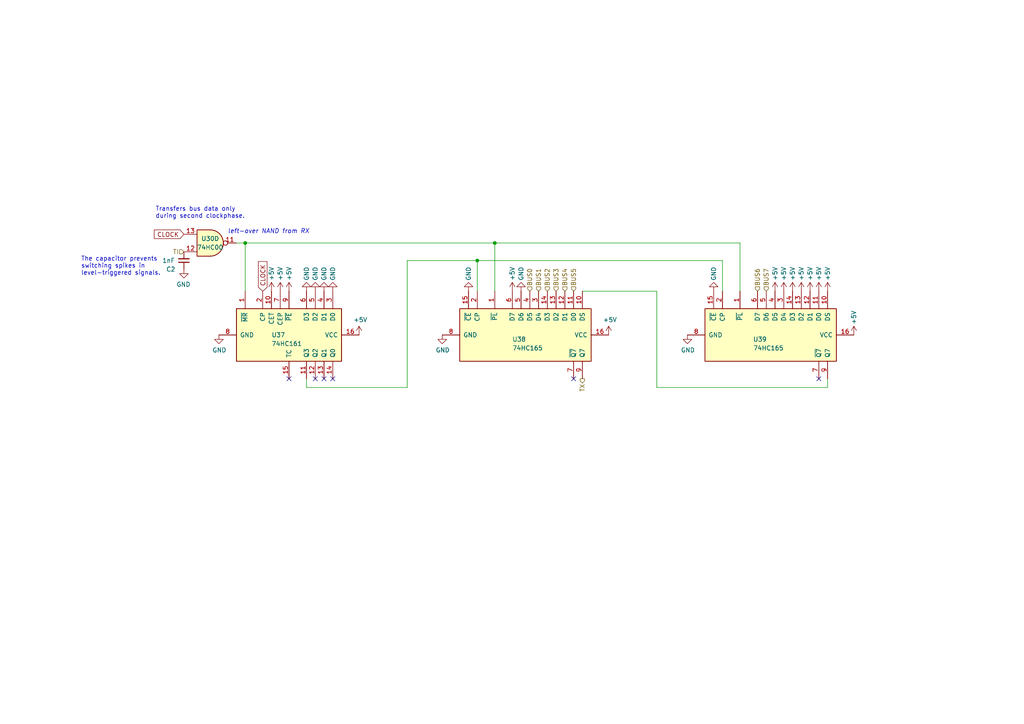
<source format=kicad_sch>
(kicad_sch (version 20211123) (generator eeschema)

  (uuid 58175766-a528-4fb2-ae9f-44f2b527a568)

  (paper "A4")

  (title_block
    (title "UART Transmitter")
    (date "2022-07-09")
    (rev "1.6")
    (comment 2 "creativecommons.org/licenses/by-nc-sa/3.0/deed.en")
    (comment 3 "License: CC BY-NC-SA 3.0")
    (comment 4 "Author: Carsten Herting (slu4)")
  )

  (lib_symbols
    (symbol "74xx:74HC00" (pin_names (offset 1.016)) (in_bom yes) (on_board yes)
      (property "Reference" "U" (id 0) (at 0 1.27 0)
        (effects (font (size 1.27 1.27)))
      )
      (property "Value" "74HC00" (id 1) (at 0 -1.27 0)
        (effects (font (size 1.27 1.27)))
      )
      (property "Footprint" "" (id 2) (at 0 0 0)
        (effects (font (size 1.27 1.27)) hide)
      )
      (property "Datasheet" "http://www.ti.com/lit/gpn/sn74hc00" (id 3) (at 0 0 0)
        (effects (font (size 1.27 1.27)) hide)
      )
      (property "ki_locked" "" (id 4) (at 0 0 0)
        (effects (font (size 1.27 1.27)))
      )
      (property "ki_keywords" "HCMOS nand 2-input" (id 5) (at 0 0 0)
        (effects (font (size 1.27 1.27)) hide)
      )
      (property "ki_description" "quad 2-input NAND gate" (id 6) (at 0 0 0)
        (effects (font (size 1.27 1.27)) hide)
      )
      (property "ki_fp_filters" "DIP*W7.62mm* SO14*" (id 7) (at 0 0 0)
        (effects (font (size 1.27 1.27)) hide)
      )
      (symbol "74HC00_1_1"
        (arc (start 0 -3.81) (mid 3.81 0) (end 0 3.81)
          (stroke (width 0.254) (type default) (color 0 0 0 0))
          (fill (type background))
        )
        (polyline
          (pts
            (xy 0 3.81)
            (xy -3.81 3.81)
            (xy -3.81 -3.81)
            (xy 0 -3.81)
          )
          (stroke (width 0.254) (type default) (color 0 0 0 0))
          (fill (type background))
        )
        (pin input line (at -7.62 2.54 0) (length 3.81)
          (name "~" (effects (font (size 1.27 1.27))))
          (number "1" (effects (font (size 1.27 1.27))))
        )
        (pin input line (at -7.62 -2.54 0) (length 3.81)
          (name "~" (effects (font (size 1.27 1.27))))
          (number "2" (effects (font (size 1.27 1.27))))
        )
        (pin output inverted (at 7.62 0 180) (length 3.81)
          (name "~" (effects (font (size 1.27 1.27))))
          (number "3" (effects (font (size 1.27 1.27))))
        )
      )
      (symbol "74HC00_1_2"
        (arc (start -3.81 -3.81) (mid -2.589 0) (end -3.81 3.81)
          (stroke (width 0.254) (type default) (color 0 0 0 0))
          (fill (type none))
        )
        (arc (start -0.6096 -3.81) (mid 2.1842 -2.5851) (end 3.81 0)
          (stroke (width 0.254) (type default) (color 0 0 0 0))
          (fill (type background))
        )
        (polyline
          (pts
            (xy -3.81 -3.81)
            (xy -0.635 -3.81)
          )
          (stroke (width 0.254) (type default) (color 0 0 0 0))
          (fill (type background))
        )
        (polyline
          (pts
            (xy -3.81 3.81)
            (xy -0.635 3.81)
          )
          (stroke (width 0.254) (type default) (color 0 0 0 0))
          (fill (type background))
        )
        (polyline
          (pts
            (xy -0.635 3.81)
            (xy -3.81 3.81)
            (xy -3.81 3.81)
            (xy -3.556 3.4036)
            (xy -3.0226 2.2606)
            (xy -2.6924 1.0414)
            (xy -2.6162 -0.254)
            (xy -2.7686 -1.4986)
            (xy -3.175 -2.7178)
            (xy -3.81 -3.81)
            (xy -3.81 -3.81)
            (xy -0.635 -3.81)
          )
          (stroke (width -25.4) (type default) (color 0 0 0 0))
          (fill (type background))
        )
        (arc (start 3.81 0) (mid 2.1915 2.5936) (end -0.6096 3.81)
          (stroke (width 0.254) (type default) (color 0 0 0 0))
          (fill (type background))
        )
        (pin input inverted (at -7.62 2.54 0) (length 4.318)
          (name "~" (effects (font (size 1.27 1.27))))
          (number "1" (effects (font (size 1.27 1.27))))
        )
        (pin input inverted (at -7.62 -2.54 0) (length 4.318)
          (name "~" (effects (font (size 1.27 1.27))))
          (number "2" (effects (font (size 1.27 1.27))))
        )
        (pin output line (at 7.62 0 180) (length 3.81)
          (name "~" (effects (font (size 1.27 1.27))))
          (number "3" (effects (font (size 1.27 1.27))))
        )
      )
      (symbol "74HC00_2_1"
        (arc (start 0 -3.81) (mid 3.81 0) (end 0 3.81)
          (stroke (width 0.254) (type default) (color 0 0 0 0))
          (fill (type background))
        )
        (polyline
          (pts
            (xy 0 3.81)
            (xy -3.81 3.81)
            (xy -3.81 -3.81)
            (xy 0 -3.81)
          )
          (stroke (width 0.254) (type default) (color 0 0 0 0))
          (fill (type background))
        )
        (pin input line (at -7.62 2.54 0) (length 3.81)
          (name "~" (effects (font (size 1.27 1.27))))
          (number "4" (effects (font (size 1.27 1.27))))
        )
        (pin input line (at -7.62 -2.54 0) (length 3.81)
          (name "~" (effects (font (size 1.27 1.27))))
          (number "5" (effects (font (size 1.27 1.27))))
        )
        (pin output inverted (at 7.62 0 180) (length 3.81)
          (name "~" (effects (font (size 1.27 1.27))))
          (number "6" (effects (font (size 1.27 1.27))))
        )
      )
      (symbol "74HC00_2_2"
        (arc (start -3.81 -3.81) (mid -2.589 0) (end -3.81 3.81)
          (stroke (width 0.254) (type default) (color 0 0 0 0))
          (fill (type none))
        )
        (arc (start -0.6096 -3.81) (mid 2.1842 -2.5851) (end 3.81 0)
          (stroke (width 0.254) (type default) (color 0 0 0 0))
          (fill (type background))
        )
        (polyline
          (pts
            (xy -3.81 -3.81)
            (xy -0.635 -3.81)
          )
          (stroke (width 0.254) (type default) (color 0 0 0 0))
          (fill (type background))
        )
        (polyline
          (pts
            (xy -3.81 3.81)
            (xy -0.635 3.81)
          )
          (stroke (width 0.254) (type default) (color 0 0 0 0))
          (fill (type background))
        )
        (polyline
          (pts
            (xy -0.635 3.81)
            (xy -3.81 3.81)
            (xy -3.81 3.81)
            (xy -3.556 3.4036)
            (xy -3.0226 2.2606)
            (xy -2.6924 1.0414)
            (xy -2.6162 -0.254)
            (xy -2.7686 -1.4986)
            (xy -3.175 -2.7178)
            (xy -3.81 -3.81)
            (xy -3.81 -3.81)
            (xy -0.635 -3.81)
          )
          (stroke (width -25.4) (type default) (color 0 0 0 0))
          (fill (type background))
        )
        (arc (start 3.81 0) (mid 2.1915 2.5936) (end -0.6096 3.81)
          (stroke (width 0.254) (type default) (color 0 0 0 0))
          (fill (type background))
        )
        (pin input inverted (at -7.62 2.54 0) (length 4.318)
          (name "~" (effects (font (size 1.27 1.27))))
          (number "4" (effects (font (size 1.27 1.27))))
        )
        (pin input inverted (at -7.62 -2.54 0) (length 4.318)
          (name "~" (effects (font (size 1.27 1.27))))
          (number "5" (effects (font (size 1.27 1.27))))
        )
        (pin output line (at 7.62 0 180) (length 3.81)
          (name "~" (effects (font (size 1.27 1.27))))
          (number "6" (effects (font (size 1.27 1.27))))
        )
      )
      (symbol "74HC00_3_1"
        (arc (start 0 -3.81) (mid 3.81 0) (end 0 3.81)
          (stroke (width 0.254) (type default) (color 0 0 0 0))
          (fill (type background))
        )
        (polyline
          (pts
            (xy 0 3.81)
            (xy -3.81 3.81)
            (xy -3.81 -3.81)
            (xy 0 -3.81)
          )
          (stroke (width 0.254) (type default) (color 0 0 0 0))
          (fill (type background))
        )
        (pin input line (at -7.62 -2.54 0) (length 3.81)
          (name "~" (effects (font (size 1.27 1.27))))
          (number "10" (effects (font (size 1.27 1.27))))
        )
        (pin output inverted (at 7.62 0 180) (length 3.81)
          (name "~" (effects (font (size 1.27 1.27))))
          (number "8" (effects (font (size 1.27 1.27))))
        )
        (pin input line (at -7.62 2.54 0) (length 3.81)
          (name "~" (effects (font (size 1.27 1.27))))
          (number "9" (effects (font (size 1.27 1.27))))
        )
      )
      (symbol "74HC00_3_2"
        (arc (start -3.81 -3.81) (mid -2.589 0) (end -3.81 3.81)
          (stroke (width 0.254) (type default) (color 0 0 0 0))
          (fill (type none))
        )
        (arc (start -0.6096 -3.81) (mid 2.1842 -2.5851) (end 3.81 0)
          (stroke (width 0.254) (type default) (color 0 0 0 0))
          (fill (type background))
        )
        (polyline
          (pts
            (xy -3.81 -3.81)
            (xy -0.635 -3.81)
          )
          (stroke (width 0.254) (type default) (color 0 0 0 0))
          (fill (type background))
        )
        (polyline
          (pts
            (xy -3.81 3.81)
            (xy -0.635 3.81)
          )
          (stroke (width 0.254) (type default) (color 0 0 0 0))
          (fill (type background))
        )
        (polyline
          (pts
            (xy -0.635 3.81)
            (xy -3.81 3.81)
            (xy -3.81 3.81)
            (xy -3.556 3.4036)
            (xy -3.0226 2.2606)
            (xy -2.6924 1.0414)
            (xy -2.6162 -0.254)
            (xy -2.7686 -1.4986)
            (xy -3.175 -2.7178)
            (xy -3.81 -3.81)
            (xy -3.81 -3.81)
            (xy -0.635 -3.81)
          )
          (stroke (width -25.4) (type default) (color 0 0 0 0))
          (fill (type background))
        )
        (arc (start 3.81 0) (mid 2.1915 2.5936) (end -0.6096 3.81)
          (stroke (width 0.254) (type default) (color 0 0 0 0))
          (fill (type background))
        )
        (pin input inverted (at -7.62 -2.54 0) (length 4.318)
          (name "~" (effects (font (size 1.27 1.27))))
          (number "10" (effects (font (size 1.27 1.27))))
        )
        (pin output line (at 7.62 0 180) (length 3.81)
          (name "~" (effects (font (size 1.27 1.27))))
          (number "8" (effects (font (size 1.27 1.27))))
        )
        (pin input inverted (at -7.62 2.54 0) (length 4.318)
          (name "~" (effects (font (size 1.27 1.27))))
          (number "9" (effects (font (size 1.27 1.27))))
        )
      )
      (symbol "74HC00_4_1"
        (arc (start 0 -3.81) (mid 3.81 0) (end 0 3.81)
          (stroke (width 0.254) (type default) (color 0 0 0 0))
          (fill (type background))
        )
        (polyline
          (pts
            (xy 0 3.81)
            (xy -3.81 3.81)
            (xy -3.81 -3.81)
            (xy 0 -3.81)
          )
          (stroke (width 0.254) (type default) (color 0 0 0 0))
          (fill (type background))
        )
        (pin output inverted (at 7.62 0 180) (length 3.81)
          (name "~" (effects (font (size 1.27 1.27))))
          (number "11" (effects (font (size 1.27 1.27))))
        )
        (pin input line (at -7.62 2.54 0) (length 3.81)
          (name "~" (effects (font (size 1.27 1.27))))
          (number "12" (effects (font (size 1.27 1.27))))
        )
        (pin input line (at -7.62 -2.54 0) (length 3.81)
          (name "~" (effects (font (size 1.27 1.27))))
          (number "13" (effects (font (size 1.27 1.27))))
        )
      )
      (symbol "74HC00_4_2"
        (arc (start -3.81 -3.81) (mid -2.589 0) (end -3.81 3.81)
          (stroke (width 0.254) (type default) (color 0 0 0 0))
          (fill (type none))
        )
        (arc (start -0.6096 -3.81) (mid 2.1842 -2.5851) (end 3.81 0)
          (stroke (width 0.254) (type default) (color 0 0 0 0))
          (fill (type background))
        )
        (polyline
          (pts
            (xy -3.81 -3.81)
            (xy -0.635 -3.81)
          )
          (stroke (width 0.254) (type default) (color 0 0 0 0))
          (fill (type background))
        )
        (polyline
          (pts
            (xy -3.81 3.81)
            (xy -0.635 3.81)
          )
          (stroke (width 0.254) (type default) (color 0 0 0 0))
          (fill (type background))
        )
        (polyline
          (pts
            (xy -0.635 3.81)
            (xy -3.81 3.81)
            (xy -3.81 3.81)
            (xy -3.556 3.4036)
            (xy -3.0226 2.2606)
            (xy -2.6924 1.0414)
            (xy -2.6162 -0.254)
            (xy -2.7686 -1.4986)
            (xy -3.175 -2.7178)
            (xy -3.81 -3.81)
            (xy -3.81 -3.81)
            (xy -0.635 -3.81)
          )
          (stroke (width -25.4) (type default) (color 0 0 0 0))
          (fill (type background))
        )
        (arc (start 3.81 0) (mid 2.1915 2.5936) (end -0.6096 3.81)
          (stroke (width 0.254) (type default) (color 0 0 0 0))
          (fill (type background))
        )
        (pin output line (at 7.62 0 180) (length 3.81)
          (name "~" (effects (font (size 1.27 1.27))))
          (number "11" (effects (font (size 1.27 1.27))))
        )
        (pin input inverted (at -7.62 2.54 0) (length 4.318)
          (name "~" (effects (font (size 1.27 1.27))))
          (number "12" (effects (font (size 1.27 1.27))))
        )
        (pin input inverted (at -7.62 -2.54 0) (length 4.318)
          (name "~" (effects (font (size 1.27 1.27))))
          (number "13" (effects (font (size 1.27 1.27))))
        )
      )
      (symbol "74HC00_5_0"
        (pin power_in line (at 0 12.7 270) (length 5.08)
          (name "VCC" (effects (font (size 1.27 1.27))))
          (number "14" (effects (font (size 1.27 1.27))))
        )
        (pin power_in line (at 0 -12.7 90) (length 5.08)
          (name "GND" (effects (font (size 1.27 1.27))))
          (number "7" (effects (font (size 1.27 1.27))))
        )
      )
      (symbol "74HC00_5_1"
        (rectangle (start -5.08 7.62) (end 5.08 -7.62)
          (stroke (width 0.254) (type default) (color 0 0 0 0))
          (fill (type background))
        )
      )
    )
    (symbol "8-Bit CPU 32k:74HC161" (pin_names (offset 1.016)) (in_bom yes) (on_board yes)
      (property "Reference" "U" (id 0) (at -7.62 16.51 0)
        (effects (font (size 1.27 1.27)))
      )
      (property "Value" "74HC161" (id 1) (at -7.62 -16.51 0)
        (effects (font (size 1.27 1.27)))
      )
      (property "Footprint" "" (id 2) (at 0 0 0)
        (effects (font (size 1.27 1.27)) hide)
      )
      (property "Datasheet" "http://www.ti.com/lit/gpn/sn74LS161" (id 3) (at 0 0 0)
        (effects (font (size 1.27 1.27)) hide)
      )
      (property "ki_locked" "" (id 4) (at 0 0 0)
        (effects (font (size 1.27 1.27)))
      )
      (property "ki_keywords" "TTL CNT CNT4" (id 5) (at 0 0 0)
        (effects (font (size 1.27 1.27)) hide)
      )
      (property "ki_description" "Synchronous 4-bit programmable binary Counter" (id 6) (at 0 0 0)
        (effects (font (size 1.27 1.27)) hide)
      )
      (property "ki_fp_filters" "DIP?16*" (id 7) (at 0 0 0)
        (effects (font (size 1.27 1.27)) hide)
      )
      (symbol "74HC161_1_0"
        (pin input line (at -12.7 -12.7 0) (length 5.08)
          (name "~{MR}" (effects (font (size 1.27 1.27))))
          (number "1" (effects (font (size 1.27 1.27))))
        )
        (pin input line (at -12.7 -5.08 0) (length 5.08)
          (name "CET" (effects (font (size 1.27 1.27))))
          (number "10" (effects (font (size 1.27 1.27))))
        )
        (pin output line (at 12.7 5.08 180) (length 5.08)
          (name "Q3" (effects (font (size 1.27 1.27))))
          (number "11" (effects (font (size 1.27 1.27))))
        )
        (pin output line (at 12.7 7.62 180) (length 5.08)
          (name "Q2" (effects (font (size 1.27 1.27))))
          (number "12" (effects (font (size 1.27 1.27))))
        )
        (pin output line (at 12.7 10.16 180) (length 5.08)
          (name "Q1" (effects (font (size 1.27 1.27))))
          (number "13" (effects (font (size 1.27 1.27))))
        )
        (pin output line (at 12.7 12.7 180) (length 5.08)
          (name "Q0" (effects (font (size 1.27 1.27))))
          (number "14" (effects (font (size 1.27 1.27))))
        )
        (pin output line (at 12.7 0 180) (length 5.08)
          (name "TC" (effects (font (size 1.27 1.27))))
          (number "15" (effects (font (size 1.27 1.27))))
        )
        (pin power_in line (at 0 20.32 270) (length 5.08)
          (name "VCC" (effects (font (size 1.27 1.27))))
          (number "16" (effects (font (size 1.27 1.27))))
        )
        (pin input line (at -12.7 -7.62 0) (length 5.08)
          (name "CP" (effects (font (size 1.27 1.27))))
          (number "2" (effects (font (size 1.27 1.27))))
        )
        (pin input line (at -12.7 12.7 0) (length 5.08)
          (name "D0" (effects (font (size 1.27 1.27))))
          (number "3" (effects (font (size 1.27 1.27))))
        )
        (pin input line (at -12.7 10.16 0) (length 5.08)
          (name "D1" (effects (font (size 1.27 1.27))))
          (number "4" (effects (font (size 1.27 1.27))))
        )
        (pin input line (at -12.7 7.62 0) (length 5.08)
          (name "D2" (effects (font (size 1.27 1.27))))
          (number "5" (effects (font (size 1.27 1.27))))
        )
        (pin input line (at -12.7 5.08 0) (length 5.08)
          (name "D3" (effects (font (size 1.27 1.27))))
          (number "6" (effects (font (size 1.27 1.27))))
        )
        (pin input line (at -12.7 -2.54 0) (length 5.08)
          (name "CEP" (effects (font (size 1.27 1.27))))
          (number "7" (effects (font (size 1.27 1.27))))
        )
        (pin power_in line (at 0 -20.32 90) (length 5.08)
          (name "GND" (effects (font (size 1.27 1.27))))
          (number "8" (effects (font (size 1.27 1.27))))
        )
        (pin input line (at -12.7 0 0) (length 5.08)
          (name "~{PE}" (effects (font (size 1.27 1.27))))
          (number "9" (effects (font (size 1.27 1.27))))
        )
      )
      (symbol "74HC161_1_1"
        (rectangle (start -7.62 15.24) (end 7.62 -15.24)
          (stroke (width 0.254) (type default) (color 0 0 0 0))
          (fill (type background))
        )
      )
    )
    (symbol "8-Bit CPU 32k:74HC165" (pin_names (offset 1.016)) (in_bom yes) (on_board yes)
      (property "Reference" "U" (id 0) (at -7.62 19.05 0)
        (effects (font (size 1.27 1.27)))
      )
      (property "Value" "74HC165" (id 1) (at -7.62 -21.59 0)
        (effects (font (size 1.27 1.27)))
      )
      (property "Footprint" "" (id 2) (at 0 0 0)
        (effects (font (size 1.27 1.27)) hide)
      )
      (property "Datasheet" "http://www.ti.com/lit/gpn/sn74LS165" (id 3) (at 0 0 0)
        (effects (font (size 1.27 1.27)) hide)
      )
      (property "ki_locked" "" (id 4) (at 0 0 0)
        (effects (font (size 1.27 1.27)))
      )
      (property "ki_keywords" "TTL SR SR8" (id 5) (at 0 0 0)
        (effects (font (size 1.27 1.27)) hide)
      )
      (property "ki_description" "Shift Register 8-bit, parallel load" (id 6) (at 0 0 0)
        (effects (font (size 1.27 1.27)) hide)
      )
      (property "ki_fp_filters" "DIP?16*" (id 7) (at 0 0 0)
        (effects (font (size 1.27 1.27)) hide)
      )
      (symbol "74HC165_1_0"
        (pin input line (at -12.7 -10.16 0) (length 5.08)
          (name "~{PL}" (effects (font (size 1.27 1.27))))
          (number "1" (effects (font (size 1.27 1.27))))
        )
        (pin input line (at -12.7 15.24 0) (length 5.08)
          (name "DS" (effects (font (size 1.27 1.27))))
          (number "10" (effects (font (size 1.27 1.27))))
        )
        (pin input line (at -12.7 12.7 0) (length 5.08)
          (name "D0" (effects (font (size 1.27 1.27))))
          (number "11" (effects (font (size 1.27 1.27))))
        )
        (pin input line (at -12.7 10.16 0) (length 5.08)
          (name "D1" (effects (font (size 1.27 1.27))))
          (number "12" (effects (font (size 1.27 1.27))))
        )
        (pin input line (at -12.7 7.62 0) (length 5.08)
          (name "D2" (effects (font (size 1.27 1.27))))
          (number "13" (effects (font (size 1.27 1.27))))
        )
        (pin input line (at -12.7 5.08 0) (length 5.08)
          (name "D3" (effects (font (size 1.27 1.27))))
          (number "14" (effects (font (size 1.27 1.27))))
        )
        (pin input line (at -12.7 -17.78 0) (length 5.08)
          (name "~{CE}" (effects (font (size 1.27 1.27))))
          (number "15" (effects (font (size 1.27 1.27))))
        )
        (pin power_in line (at 0 22.86 270) (length 5.08)
          (name "VCC" (effects (font (size 1.27 1.27))))
          (number "16" (effects (font (size 1.27 1.27))))
        )
        (pin input line (at -12.7 -15.24 0) (length 5.08)
          (name "CP" (effects (font (size 1.27 1.27))))
          (number "2" (effects (font (size 1.27 1.27))))
        )
        (pin input line (at -12.7 2.54 0) (length 5.08)
          (name "D4" (effects (font (size 1.27 1.27))))
          (number "3" (effects (font (size 1.27 1.27))))
        )
        (pin input line (at -12.7 0 0) (length 5.08)
          (name "D5" (effects (font (size 1.27 1.27))))
          (number "4" (effects (font (size 1.27 1.27))))
        )
        (pin input line (at -12.7 -2.54 0) (length 5.08)
          (name "D6" (effects (font (size 1.27 1.27))))
          (number "5" (effects (font (size 1.27 1.27))))
        )
        (pin input line (at -12.7 -5.08 0) (length 5.08)
          (name "D7" (effects (font (size 1.27 1.27))))
          (number "6" (effects (font (size 1.27 1.27))))
        )
        (pin output line (at 12.7 12.7 180) (length 5.08)
          (name "~{Q7}" (effects (font (size 1.27 1.27))))
          (number "7" (effects (font (size 1.27 1.27))))
        )
        (pin power_in line (at 0 -25.4 90) (length 5.08)
          (name "GND" (effects (font (size 1.27 1.27))))
          (number "8" (effects (font (size 1.27 1.27))))
        )
        (pin output line (at 12.7 15.24 180) (length 5.08)
          (name "Q7" (effects (font (size 1.27 1.27))))
          (number "9" (effects (font (size 1.27 1.27))))
        )
      )
      (symbol "74HC165_1_1"
        (rectangle (start -7.62 17.78) (end 7.62 -20.32)
          (stroke (width 0.254) (type default) (color 0 0 0 0))
          (fill (type background))
        )
      )
    )
    (symbol "Device:C_Small" (pin_numbers hide) (pin_names (offset 0.254) hide) (in_bom yes) (on_board yes)
      (property "Reference" "C" (id 0) (at 0.254 1.778 0)
        (effects (font (size 1.27 1.27)) (justify left))
      )
      (property "Value" "C_Small" (id 1) (at 0.254 -2.032 0)
        (effects (font (size 1.27 1.27)) (justify left))
      )
      (property "Footprint" "" (id 2) (at 0 0 0)
        (effects (font (size 1.27 1.27)) hide)
      )
      (property "Datasheet" "~" (id 3) (at 0 0 0)
        (effects (font (size 1.27 1.27)) hide)
      )
      (property "ki_keywords" "capacitor cap" (id 4) (at 0 0 0)
        (effects (font (size 1.27 1.27)) hide)
      )
      (property "ki_description" "Unpolarized capacitor, small symbol" (id 5) (at 0 0 0)
        (effects (font (size 1.27 1.27)) hide)
      )
      (property "ki_fp_filters" "C_*" (id 6) (at 0 0 0)
        (effects (font (size 1.27 1.27)) hide)
      )
      (symbol "C_Small_0_1"
        (polyline
          (pts
            (xy -1.524 -0.508)
            (xy 1.524 -0.508)
          )
          (stroke (width 0.3302) (type default) (color 0 0 0 0))
          (fill (type none))
        )
        (polyline
          (pts
            (xy -1.524 0.508)
            (xy 1.524 0.508)
          )
          (stroke (width 0.3048) (type default) (color 0 0 0 0))
          (fill (type none))
        )
      )
      (symbol "C_Small_1_1"
        (pin passive line (at 0 2.54 270) (length 2.032)
          (name "~" (effects (font (size 1.27 1.27))))
          (number "1" (effects (font (size 1.27 1.27))))
        )
        (pin passive line (at 0 -2.54 90) (length 2.032)
          (name "~" (effects (font (size 1.27 1.27))))
          (number "2" (effects (font (size 1.27 1.27))))
        )
      )
    )
    (symbol "power:+5V" (power) (pin_names (offset 0)) (in_bom yes) (on_board yes)
      (property "Reference" "#PWR" (id 0) (at 0 -3.81 0)
        (effects (font (size 1.27 1.27)) hide)
      )
      (property "Value" "+5V" (id 1) (at 0 3.556 0)
        (effects (font (size 1.27 1.27)))
      )
      (property "Footprint" "" (id 2) (at 0 0 0)
        (effects (font (size 1.27 1.27)) hide)
      )
      (property "Datasheet" "" (id 3) (at 0 0 0)
        (effects (font (size 1.27 1.27)) hide)
      )
      (property "ki_keywords" "power-flag" (id 4) (at 0 0 0)
        (effects (font (size 1.27 1.27)) hide)
      )
      (property "ki_description" "Power symbol creates a global label with name \"+5V\"" (id 5) (at 0 0 0)
        (effects (font (size 1.27 1.27)) hide)
      )
      (symbol "+5V_0_1"
        (polyline
          (pts
            (xy -0.762 1.27)
            (xy 0 2.54)
          )
          (stroke (width 0) (type default) (color 0 0 0 0))
          (fill (type none))
        )
        (polyline
          (pts
            (xy 0 0)
            (xy 0 2.54)
          )
          (stroke (width 0) (type default) (color 0 0 0 0))
          (fill (type none))
        )
        (polyline
          (pts
            (xy 0 2.54)
            (xy 0.762 1.27)
          )
          (stroke (width 0) (type default) (color 0 0 0 0))
          (fill (type none))
        )
      )
      (symbol "+5V_1_1"
        (pin power_in line (at 0 0 90) (length 0) hide
          (name "+5V" (effects (font (size 1.27 1.27))))
          (number "1" (effects (font (size 1.27 1.27))))
        )
      )
    )
    (symbol "power:GND" (power) (pin_names (offset 0)) (in_bom yes) (on_board yes)
      (property "Reference" "#PWR" (id 0) (at 0 -6.35 0)
        (effects (font (size 1.27 1.27)) hide)
      )
      (property "Value" "GND" (id 1) (at 0 -3.81 0)
        (effects (font (size 1.27 1.27)))
      )
      (property "Footprint" "" (id 2) (at 0 0 0)
        (effects (font (size 1.27 1.27)) hide)
      )
      (property "Datasheet" "" (id 3) (at 0 0 0)
        (effects (font (size 1.27 1.27)) hide)
      )
      (property "ki_keywords" "power-flag" (id 4) (at 0 0 0)
        (effects (font (size 1.27 1.27)) hide)
      )
      (property "ki_description" "Power symbol creates a global label with name \"GND\" , ground" (id 5) (at 0 0 0)
        (effects (font (size 1.27 1.27)) hide)
      )
      (symbol "GND_0_1"
        (polyline
          (pts
            (xy 0 0)
            (xy 0 -1.27)
            (xy 1.27 -1.27)
            (xy 0 -2.54)
            (xy -1.27 -1.27)
            (xy 0 -1.27)
          )
          (stroke (width 0) (type default) (color 0 0 0 0))
          (fill (type none))
        )
      )
      (symbol "GND_1_1"
        (pin power_in line (at 0 0 270) (length 0) hide
          (name "GND" (effects (font (size 1.27 1.27))))
          (number "1" (effects (font (size 1.27 1.27))))
        )
      )
    )
  )

  (junction (at 71.12 70.485) (diameter 0) (color 0 0 0 0)
    (uuid 63775e7d-9919-43c5-bce9-9c945fd6a758)
  )
  (junction (at 143.51 70.485) (diameter 0) (color 0 0 0 0)
    (uuid cc3452de-1120-4c93-b25e-576e5e8f76e3)
  )
  (junction (at 138.43 75.565) (diameter 0) (color 0 0 0 0)
    (uuid ea0632bc-fb14-4c1a-a375-1d77188b9b78)
  )

  (no_connect (at 237.49 109.855) (uuid 00fe2fa1-209c-40c5-9c42-7bfbfa67df51))
  (no_connect (at 83.82 109.855) (uuid 633c153b-098c-418b-bc3e-17aff2d8eeee))
  (no_connect (at 91.44 109.855) (uuid ba7b9ccb-3925-428d-8c7a-9f3da81a07df))
  (no_connect (at 96.52 109.855) (uuid be3f13bd-797c-46cc-b38c-8ea62def12e9))
  (no_connect (at 166.37 109.855) (uuid d8b21c41-a23c-4996-8aa1-fb7544e6060e))
  (no_connect (at 93.98 109.855) (uuid f80f6ecb-9b1e-4071-99a3-f262af45e64f))

  (wire (pts (xy 88.9 109.855) (xy 88.9 112.395))
    (stroke (width 0) (type default) (color 0 0 0 0))
    (uuid 0518d253-7646-416c-8697-4b5e9153dcb0)
  )
  (wire (pts (xy 240.03 112.395) (xy 240.03 109.855))
    (stroke (width 0) (type default) (color 0 0 0 0))
    (uuid 0b22015d-e116-4239-8a91-7c61ae9b9145)
  )
  (wire (pts (xy 118.11 75.565) (xy 118.11 112.395))
    (stroke (width 0) (type default) (color 0 0 0 0))
    (uuid 0b4cee34-874e-4838-876f-a0b87b58ca52)
  )
  (wire (pts (xy 214.63 70.485) (xy 214.63 84.455))
    (stroke (width 0) (type default) (color 0 0 0 0))
    (uuid 375495d6-c66c-44eb-b21e-ec5d6175e6d7)
  )
  (wire (pts (xy 209.55 75.565) (xy 209.55 84.455))
    (stroke (width 0) (type default) (color 0 0 0 0))
    (uuid 4a2a0af7-aa39-4dd6-a61b-7b57cd0489de)
  )
  (wire (pts (xy 143.51 70.485) (xy 71.12 70.485))
    (stroke (width 0) (type default) (color 0 0 0 0))
    (uuid 760123c7-e5c8-4c23-9873-85537331d717)
  )
  (wire (pts (xy 138.43 84.455) (xy 138.43 75.565))
    (stroke (width 0) (type default) (color 0 0 0 0))
    (uuid 83a3c5ae-0991-4190-9fe2-584147905fd6)
  )
  (wire (pts (xy 118.11 112.395) (xy 88.9 112.395))
    (stroke (width 0) (type default) (color 0 0 0 0))
    (uuid 8d7bd93d-9d1b-4933-8dba-14068bfdf02f)
  )
  (wire (pts (xy 138.43 75.565) (xy 118.11 75.565))
    (stroke (width 0) (type default) (color 0 0 0 0))
    (uuid 99c98684-8e4d-4568-aca8-9c56476035b6)
  )
  (wire (pts (xy 190.5 84.455) (xy 190.5 112.395))
    (stroke (width 0) (type default) (color 0 0 0 0))
    (uuid aa40df75-2297-4ca6-8a99-092ab484e75d)
  )
  (wire (pts (xy 71.12 70.485) (xy 71.12 84.455))
    (stroke (width 0) (type default) (color 0 0 0 0))
    (uuid af817f20-3ff4-4bd9-b84a-7ee5efaa50a9)
  )
  (wire (pts (xy 68.58 70.485) (xy 71.12 70.485))
    (stroke (width 0) (type default) (color 0 0 0 0))
    (uuid e6e96e56-e7c7-4d45-b064-d951e6f2fbd6)
  )
  (wire (pts (xy 138.43 75.565) (xy 209.55 75.565))
    (stroke (width 0) (type default) (color 0 0 0 0))
    (uuid e9ff53bb-f209-4376-a4c9-9baa9e5d5473)
  )
  (wire (pts (xy 190.5 112.395) (xy 240.03 112.395))
    (stroke (width 0) (type default) (color 0 0 0 0))
    (uuid f0178143-575f-49dc-a724-b84ea643e17c)
  )
  (wire (pts (xy 168.91 84.455) (xy 190.5 84.455))
    (stroke (width 0) (type default) (color 0 0 0 0))
    (uuid f72f0e84-d022-4a9e-94e4-e4d36d9c0eb3)
  )
  (wire (pts (xy 143.51 84.455) (xy 143.51 70.485))
    (stroke (width 0) (type default) (color 0 0 0 0))
    (uuid f9434ddc-ea97-4971-acb9-ec233b96ac08)
  )
  (wire (pts (xy 143.51 70.485) (xy 214.63 70.485))
    (stroke (width 0) (type default) (color 0 0 0 0))
    (uuid fb99efd7-06a4-48fd-9554-0c7e8e226e76)
  )

  (text "The capacitor prevents\nswitching spikes in\nlevel-triggered signals."
    (at 23.495 80.01 0)
    (effects (font (size 1.27 1.27)) (justify left bottom))
    (uuid 1bb5bb40-87a7-46a1-9887-6b4962964bf0)
  )
  (text "left-over NAND from RX" (at 66.04 67.945 0)
    (effects (font (size 1.27 1.27) italic) (justify left bottom))
    (uuid 8742296e-c150-4cba-be67-61a1d208d1c1)
  )
  (text "Transfers bus data only\nduring second clockphase." (at 45.085 63.5 0)
    (effects (font (size 1.27 1.27)) (justify left bottom))
    (uuid a3021710-8a4c-42f7-ac6e-20a81a071ab6)
  )

  (global_label "CLOCK" (shape input) (at 53.34 67.945 180) (fields_autoplaced)
    (effects (font (size 1.27 1.27)) (justify right))
    (uuid 8b2a0ffc-48a7-455f-8024-76dee9869a40)
    (property "Intersheet References" "${INTERSHEET_REFS}" (id 0) (at 2.54 147.955 0)
      (effects (font (size 1.27 1.27)) hide)
    )
  )
  (global_label "CLOCK" (shape input) (at 76.2 84.455 90) (fields_autoplaced)
    (effects (font (size 1.27 1.27)) (justify left))
    (uuid ca1221c7-300b-4265-b5e2-868f88788518)
    (property "Intersheet References" "${INTERSHEET_REFS}" (id 0) (at 2.54 -6.985 0)
      (effects (font (size 1.27 1.27)) hide)
    )
  )

  (hierarchical_label "BUS6" (shape input) (at 219.71 84.455 90)
    (effects (font (size 1.27 1.27)) (justify left))
    (uuid 10f7126e-7090-4c03-8a19-13efa53cae48)
  )
  (hierarchical_label "BUS3" (shape input) (at 161.29 84.455 90)
    (effects (font (size 1.27 1.27)) (justify left))
    (uuid 2f41f790-9eff-4486-a485-af5962cc98c4)
  )
  (hierarchical_label "TI" (shape input) (at 53.34 73.025 180)
    (effects (font (size 1.27 1.27)) (justify right))
    (uuid 34e2c20d-6761-4247-8eb6-293ddbbc8804)
  )
  (hierarchical_label "BUS1" (shape input) (at 156.21 84.455 90)
    (effects (font (size 1.27 1.27)) (justify left))
    (uuid 5cf1e57a-7c5d-4653-966f-d986136a5a7c)
  )
  (hierarchical_label "BUS0" (shape input) (at 153.67 84.455 90)
    (effects (font (size 1.27 1.27)) (justify left))
    (uuid 818906fb-12f6-4f4d-b3f7-5c6b36c224aa)
  )
  (hierarchical_label "BUS5" (shape input) (at 166.37 84.455 90)
    (effects (font (size 1.27 1.27)) (justify left))
    (uuid 892c9595-fbc5-4f31-b203-3a3c005b68bb)
  )
  (hierarchical_label "BUS7" (shape input) (at 222.25 84.455 90)
    (effects (font (size 1.27 1.27)) (justify left))
    (uuid d7e6227d-7076-4031-b1fb-859efea03e2a)
  )
  (hierarchical_label "TX" (shape output) (at 168.91 109.855 270)
    (effects (font (size 1.27 1.27)) (justify right))
    (uuid de3d19f1-987b-4f73-a2df-2f360493304d)
  )
  (hierarchical_label "BUS2" (shape input) (at 158.75 84.455 90)
    (effects (font (size 1.27 1.27)) (justify left))
    (uuid ef6ad726-15a4-4122-b496-5bc442a8ecde)
  )
  (hierarchical_label "BUS4" (shape input) (at 163.83 84.455 90)
    (effects (font (size 1.27 1.27)) (justify left))
    (uuid f51f8f72-0aad-4179-b90c-f7fda44161d4)
  )

  (symbol (lib_id "power:GND") (at 91.44 84.455 180) (unit 1)
    (in_bom yes) (on_board yes)
    (uuid 09b22336-7633-4156-89d8-d03c0b0adf0e)
    (property "Reference" "#PWR043" (id 0) (at 91.44 78.105 0)
      (effects (font (size 1.27 1.27)) hide)
    )
    (property "Value" "GND" (id 1) (at 91.44 79.375 90))
    (property "Footprint" "" (id 2) (at 91.44 84.455 0)
      (effects (font (size 1.27 1.27)) hide)
    )
    (property "Datasheet" "" (id 3) (at 91.44 84.455 0)
      (effects (font (size 1.27 1.27)) hide)
    )
    (pin "1" (uuid f1675273-9b59-409d-b5d1-b56f62b2f045))
  )

  (symbol (lib_id "power:GND") (at 96.52 84.455 180) (unit 1)
    (in_bom yes) (on_board yes)
    (uuid 0f61ca78-ddd7-4521-a5b0-1f03507b5260)
    (property "Reference" "#PWR045" (id 0) (at 96.52 78.105 0)
      (effects (font (size 1.27 1.27)) hide)
    )
    (property "Value" "GND" (id 1) (at 96.52 79.375 90))
    (property "Footprint" "" (id 2) (at 96.52 84.455 0)
      (effects (font (size 1.27 1.27)) hide)
    )
    (property "Datasheet" "" (id 3) (at 96.52 84.455 0)
      (effects (font (size 1.27 1.27)) hide)
    )
    (pin "1" (uuid 7e9d274e-1505-4eec-99e9-c257a1058114))
  )

  (symbol (lib_id "power:+5V") (at 83.82 84.455 0) (unit 1)
    (in_bom yes) (on_board yes)
    (uuid 14177955-33d6-4dc3-bf33-e733fc65768c)
    (property "Reference" "#PWR041" (id 0) (at 83.82 88.265 0)
      (effects (font (size 1.27 1.27)) hide)
    )
    (property "Value" "+5V" (id 1) (at 83.82 79.375 90))
    (property "Footprint" "" (id 2) (at 83.82 84.455 0)
      (effects (font (size 1.27 1.27)) hide)
    )
    (property "Datasheet" "" (id 3) (at 83.82 84.455 0)
      (effects (font (size 1.27 1.27)) hide)
    )
    (pin "1" (uuid b9c189d3-7655-44f7-ae27-3517709c3802))
  )

  (symbol (lib_id "power:+5V") (at 232.41 84.455 0) (unit 1)
    (in_bom yes) (on_board yes)
    (uuid 146b012a-077c-4a4e-863a-bed577f2696c)
    (property "Reference" "#PWR057" (id 0) (at 232.41 88.265 0)
      (effects (font (size 1.27 1.27)) hide)
    )
    (property "Value" "+5V" (id 1) (at 232.41 79.375 90))
    (property "Footprint" "" (id 2) (at 232.41 84.455 0)
      (effects (font (size 1.27 1.27)) hide)
    )
    (property "Datasheet" "" (id 3) (at 232.41 84.455 0)
      (effects (font (size 1.27 1.27)) hide)
    )
    (pin "1" (uuid 65ef740c-dd8d-4c3f-8764-adcaa7dedaac))
  )

  (symbol (lib_id "power:+5V") (at 229.87 84.455 0) (unit 1)
    (in_bom yes) (on_board yes)
    (uuid 146fa967-032e-4668-a086-617bfd02ced6)
    (property "Reference" "#PWR056" (id 0) (at 229.87 88.265 0)
      (effects (font (size 1.27 1.27)) hide)
    )
    (property "Value" "+5V" (id 1) (at 229.87 79.375 90))
    (property "Footprint" "" (id 2) (at 229.87 84.455 0)
      (effects (font (size 1.27 1.27)) hide)
    )
    (property "Datasheet" "" (id 3) (at 229.87 84.455 0)
      (effects (font (size 1.27 1.27)) hide)
    )
    (pin "1" (uuid 0b7ee0b4-c29c-42ca-b4b1-16a314d114aa))
  )

  (symbol (lib_id "8-Bit CPU 32k:74HC165") (at 224.79 97.155 270) (unit 1)
    (in_bom yes) (on_board yes)
    (uuid 18f71be3-64f1-420c-b31a-896c069ff1be)
    (property "Reference" "U39" (id 0) (at 218.44 98.425 90)
      (effects (font (size 1.27 1.27)) (justify left))
    )
    (property "Value" "74HC165" (id 1) (at 218.44 100.965 90)
      (effects (font (size 1.27 1.27)) (justify left))
    )
    (property "Footprint" "Package_DIP:DIP-16_W7.62mm" (id 2) (at 224.79 97.155 0)
      (effects (font (size 1.27 1.27)) hide)
    )
    (property "Datasheet" "http://www.ti.com/lit/gpn/sn74LS165" (id 3) (at 224.79 97.155 0)
      (effects (font (size 1.27 1.27)) hide)
    )
    (pin "1" (uuid ed4295cb-91e8-4f89-be9d-469c981a4e72))
    (pin "10" (uuid 88c65b31-247a-4c10-8f69-fb5cf072c80d))
    (pin "11" (uuid 4d611134-7153-4863-aeb6-659ead160192))
    (pin "12" (uuid 2272fe2e-79b2-4e55-9023-a9ab1d276ef3))
    (pin "13" (uuid 92b0f82f-4071-4574-8e9f-42215d23e56e))
    (pin "14" (uuid 44d5cd7e-af4f-4254-892c-604289aee11c))
    (pin "15" (uuid 74090d3a-84f9-4bed-87fc-4c9a217bcdca))
    (pin "16" (uuid 23d9dae7-5a57-4210-80a3-8acbcac89420))
    (pin "2" (uuid 6160f12e-c8a0-452d-808f-d7d13601d594))
    (pin "3" (uuid 08c6b354-8a23-4e3a-bcb8-e5a44529112a))
    (pin "4" (uuid 96c25586-dbeb-45dd-9f09-fec5db45b27b))
    (pin "5" (uuid c4ee0be2-f5f0-487e-9864-6e098a56b880))
    (pin "6" (uuid faf0d9f7-22c2-4338-830c-f6d688f88c99))
    (pin "7" (uuid d054b164-0c80-4086-8237-040e52cce371))
    (pin "8" (uuid 9696db4b-d21e-47e8-8f62-e95db0c859af))
    (pin "9" (uuid c8ac40ab-0042-4858-bfab-c616c223ca16))
  )

  (symbol (lib_id "power:+5V") (at 237.49 84.455 0) (unit 1)
    (in_bom yes) (on_board yes)
    (uuid 26d3816b-2977-4677-9e4e-0ffb518aaf24)
    (property "Reference" "#PWR059" (id 0) (at 237.49 88.265 0)
      (effects (font (size 1.27 1.27)) hide)
    )
    (property "Value" "+5V" (id 1) (at 237.49 79.375 90))
    (property "Footprint" "" (id 2) (at 237.49 84.455 0)
      (effects (font (size 1.27 1.27)) hide)
    )
    (property "Datasheet" "" (id 3) (at 237.49 84.455 0)
      (effects (font (size 1.27 1.27)) hide)
    )
    (pin "1" (uuid eb2f81f5-67ea-4fb1-b64b-2710ce7b4fb4))
  )

  (symbol (lib_id "power:+5V") (at 148.59 84.455 0) (unit 1)
    (in_bom yes) (on_board yes)
    (uuid 34cab16f-6e34-4980-bc64-36b3cb0ee4de)
    (property "Reference" "#PWR049" (id 0) (at 148.59 88.265 0)
      (effects (font (size 1.27 1.27)) hide)
    )
    (property "Value" "+5V" (id 1) (at 148.59 79.375 90))
    (property "Footprint" "" (id 2) (at 148.59 84.455 0)
      (effects (font (size 1.27 1.27)) hide)
    )
    (property "Datasheet" "" (id 3) (at 148.59 84.455 0)
      (effects (font (size 1.27 1.27)) hide)
    )
    (pin "1" (uuid b3ab6c24-4c21-4097-88db-8147725e6bec))
  )

  (symbol (lib_id "power:+5V") (at 78.74 84.455 0) (unit 1)
    (in_bom yes) (on_board yes)
    (uuid 3a9fddfd-e809-49e3-b5b8-e8c7e6cf15ca)
    (property "Reference" "#PWR039" (id 0) (at 78.74 88.265 0)
      (effects (font (size 1.27 1.27)) hide)
    )
    (property "Value" "+5V" (id 1) (at 78.74 79.375 90))
    (property "Footprint" "" (id 2) (at 78.74 84.455 0)
      (effects (font (size 1.27 1.27)) hide)
    )
    (property "Datasheet" "" (id 3) (at 78.74 84.455 0)
      (effects (font (size 1.27 1.27)) hide)
    )
    (pin "1" (uuid 06e52f80-99d0-4671-b7b6-3ce90a5a4481))
  )

  (symbol (lib_id "power:GND") (at 63.5 97.155 0) (unit 1)
    (in_bom yes) (on_board yes)
    (uuid 3d4390c6-6090-4f7a-bee6-9904bdce386e)
    (property "Reference" "#PWR038" (id 0) (at 63.5 103.505 0)
      (effects (font (size 1.27 1.27)) hide)
    )
    (property "Value" "GND" (id 1) (at 63.627 101.5492 0))
    (property "Footprint" "" (id 2) (at 63.5 97.155 0)
      (effects (font (size 1.27 1.27)) hide)
    )
    (property "Datasheet" "" (id 3) (at 63.5 97.155 0)
      (effects (font (size 1.27 1.27)) hide)
    )
    (pin "1" (uuid 35ff5231-c8c5-4eec-890a-73ebb40defb8))
  )

  (symbol (lib_id "8-Bit CPU 32k:74HC165") (at 153.67 97.155 270) (unit 1)
    (in_bom yes) (on_board yes)
    (uuid 4802890f-3cf7-4c6f-ac3c-c3ca54e70d63)
    (property "Reference" "U38" (id 0) (at 148.59 98.425 90)
      (effects (font (size 1.27 1.27)) (justify left))
    )
    (property "Value" "74HC165" (id 1) (at 148.59 100.965 90)
      (effects (font (size 1.27 1.27)) (justify left))
    )
    (property "Footprint" "Package_DIP:DIP-16_W7.62mm" (id 2) (at 153.67 97.155 0)
      (effects (font (size 1.27 1.27)) hide)
    )
    (property "Datasheet" "http://www.ti.com/lit/gpn/sn74LS165" (id 3) (at 153.67 97.155 0)
      (effects (font (size 1.27 1.27)) hide)
    )
    (pin "1" (uuid 12ce1e6d-4c9b-435d-bda6-f3d2ef1dd9de))
    (pin "10" (uuid 5e38b7b8-6516-438a-9487-5c81bc439fd6))
    (pin "11" (uuid 0c6fa5d0-66b1-4bb9-9c0f-833f1026ff52))
    (pin "12" (uuid 331b147c-ae8f-4af0-9bfb-2d6704beff59))
    (pin "13" (uuid 0fd9ee7c-70cd-428f-94ac-fbff5a4fb634))
    (pin "14" (uuid 97e1e0cb-f80f-4b10-89bc-740a4804b164))
    (pin "15" (uuid 7eed23f9-18ae-44d2-a2fc-c9de66e27ee4))
    (pin "16" (uuid 919bd131-3200-4c79-8ff2-c58e9e2a154a))
    (pin "2" (uuid 541acdec-1d57-4e87-8f00-629d1a12e741))
    (pin "3" (uuid fe89e8ba-e9b5-41c4-9b41-9c71d1425a05))
    (pin "4" (uuid 13cf69ca-7eeb-4bea-853d-45fad23c2cb9))
    (pin "5" (uuid bc8f3dce-6d0e-4a52-a2ce-1c65334ae644))
    (pin "6" (uuid c7944ba0-7343-42d2-9a49-26cfd508c930))
    (pin "7" (uuid 2b2f1b48-754f-40aa-a806-e88c2505279d))
    (pin "8" (uuid 99a63198-db58-4f15-9463-bea7cffdc42a))
    (pin "9" (uuid 99ea3d60-1f33-45b6-9828-9db6046b0a6c))
  )

  (symbol (lib_id "power:+5V") (at 227.33 84.455 0) (unit 1)
    (in_bom yes) (on_board yes)
    (uuid 48c3656a-02c2-4455-a11c-ad4d1787ea46)
    (property "Reference" "#PWR055" (id 0) (at 227.33 88.265 0)
      (effects (font (size 1.27 1.27)) hide)
    )
    (property "Value" "+5V" (id 1) (at 227.33 79.375 90))
    (property "Footprint" "" (id 2) (at 227.33 84.455 0)
      (effects (font (size 1.27 1.27)) hide)
    )
    (property "Datasheet" "" (id 3) (at 227.33 84.455 0)
      (effects (font (size 1.27 1.27)) hide)
    )
    (pin "1" (uuid c1c1b0b3-c532-4717-9753-730c9f09a5e5))
  )

  (symbol (lib_id "power:GND") (at 53.34 78.105 0) (mirror y) (unit 1)
    (in_bom yes) (on_board yes)
    (uuid 4a653435-1ea5-4ad2-a2ad-4c2356dd258f)
    (property "Reference" "#PWR037" (id 0) (at 53.34 84.455 0)
      (effects (font (size 1.27 1.27)) hide)
    )
    (property "Value" "GND" (id 1) (at 53.213 82.4992 0))
    (property "Footprint" "" (id 2) (at 53.34 78.105 0)
      (effects (font (size 1.27 1.27)) hide)
    )
    (property "Datasheet" "" (id 3) (at 53.34 78.105 0)
      (effects (font (size 1.27 1.27)) hide)
    )
    (pin "1" (uuid e841abd8-47a4-4b0a-9315-6dea9c3a3978))
  )

  (symbol (lib_id "power:+5V") (at 176.53 97.155 0) (unit 1)
    (in_bom yes) (on_board yes)
    (uuid 4aebe4d1-60c4-4078-bd5c-39f5549f1981)
    (property "Reference" "#PWR051" (id 0) (at 176.53 100.965 0)
      (effects (font (size 1.27 1.27)) hide)
    )
    (property "Value" "+5V" (id 1) (at 176.911 92.7608 0))
    (property "Footprint" "" (id 2) (at 176.53 97.155 0)
      (effects (font (size 1.27 1.27)) hide)
    )
    (property "Datasheet" "" (id 3) (at 176.53 97.155 0)
      (effects (font (size 1.27 1.27)) hide)
    )
    (pin "1" (uuid bf7466a6-edf1-45aa-9894-28820e0da61a))
  )

  (symbol (lib_id "74xx:74HC00") (at 60.96 70.485 0) (mirror x) (unit 4)
    (in_bom yes) (on_board yes)
    (uuid 4ebc467a-6a46-464f-acf7-66ab424b66a8)
    (property "Reference" "U30" (id 0) (at 60.96 69.215 0))
    (property "Value" "74HC00" (id 1) (at 60.96 71.755 0))
    (property "Footprint" "Package_DIP:DIP-14_W7.62mm" (id 2) (at 60.96 70.485 0)
      (effects (font (size 1.27 1.27)) hide)
    )
    (property "Datasheet" "http://www.ti.com/lit/gpn/sn74hc00" (id 3) (at 60.96 70.485 0)
      (effects (font (size 1.27 1.27)) hide)
    )
    (pin "1" (uuid 50e78f2c-3e24-4714-b29a-c5f580906712))
    (pin "2" (uuid 71be38a8-98f7-4c3a-8d88-76e476c4d910))
    (pin "3" (uuid 35fe96bd-f45b-4bf1-b0fc-eb9914642f60))
    (pin "4" (uuid a24daf38-19f3-4618-80f5-fd815ac579e0))
    (pin "5" (uuid 5aefb5c4-769a-4bc8-b517-2e37446292f1))
    (pin "6" (uuid eb5ff5e6-b342-41e0-ae84-996e59a893a4))
    (pin "10" (uuid e7be5117-8fe0-4449-a51a-0f7828405f9e))
    (pin "8" (uuid 6027cb3a-38c9-4ee8-90d0-ae11a12c7e12))
    (pin "9" (uuid a3b4760a-b575-46fe-b36e-bd4737352b84))
    (pin "11" (uuid e74474a9-17cb-4040-84c9-6d832cf23ff9))
    (pin "12" (uuid e4cb4643-40ab-4dd6-a759-9fd765c50318))
    (pin "13" (uuid 04df0e3e-6cc6-4e40-be45-4c86569c1853))
    (pin "14" (uuid 4bc28374-559d-4a4a-be1e-ddda8a058e55))
    (pin "7" (uuid 4fd336cc-8b76-4b02-b7e6-3ecf63b2b74b))
  )

  (symbol (lib_id "power:+5V") (at 81.28 84.455 0) (unit 1)
    (in_bom yes) (on_board yes)
    (uuid 5c65585e-d000-4e73-a02f-13e6ee6e8389)
    (property "Reference" "#PWR040" (id 0) (at 81.28 88.265 0)
      (effects (font (size 1.27 1.27)) hide)
    )
    (property "Value" "+5V" (id 1) (at 81.28 79.375 90))
    (property "Footprint" "" (id 2) (at 81.28 84.455 0)
      (effects (font (size 1.27 1.27)) hide)
    )
    (property "Datasheet" "" (id 3) (at 81.28 84.455 0)
      (effects (font (size 1.27 1.27)) hide)
    )
    (pin "1" (uuid f8643144-3171-4c45-bfc4-5b02380c1090))
  )

  (symbol (lib_id "power:+5V") (at 234.95 84.455 0) (unit 1)
    (in_bom yes) (on_board yes)
    (uuid 6452db8f-01ba-4a08-843d-398a5ccdba49)
    (property "Reference" "#PWR058" (id 0) (at 234.95 88.265 0)
      (effects (font (size 1.27 1.27)) hide)
    )
    (property "Value" "+5V" (id 1) (at 234.95 79.375 90))
    (property "Footprint" "" (id 2) (at 234.95 84.455 0)
      (effects (font (size 1.27 1.27)) hide)
    )
    (property "Datasheet" "" (id 3) (at 234.95 84.455 0)
      (effects (font (size 1.27 1.27)) hide)
    )
    (pin "1" (uuid 8afd0a7b-2261-42b4-8dc7-11b5bd271bfb))
  )

  (symbol (lib_id "power:GND") (at 93.98 84.455 180) (unit 1)
    (in_bom yes) (on_board yes)
    (uuid 675a6f73-966c-48a2-837e-212699d5ba6c)
    (property "Reference" "#PWR044" (id 0) (at 93.98 78.105 0)
      (effects (font (size 1.27 1.27)) hide)
    )
    (property "Value" "GND" (id 1) (at 93.98 79.375 90))
    (property "Footprint" "" (id 2) (at 93.98 84.455 0)
      (effects (font (size 1.27 1.27)) hide)
    )
    (property "Datasheet" "" (id 3) (at 93.98 84.455 0)
      (effects (font (size 1.27 1.27)) hide)
    )
    (pin "1" (uuid 3b704297-ca74-4629-b55d-cb2641780aec))
  )

  (symbol (lib_id "power:GND") (at 207.01 84.455 180) (unit 1)
    (in_bom yes) (on_board yes)
    (uuid 83582806-2e51-40c9-a88e-916112db570b)
    (property "Reference" "#PWR053" (id 0) (at 207.01 78.105 0)
      (effects (font (size 1.27 1.27)) hide)
    )
    (property "Value" "GND" (id 1) (at 207.01 79.375 90))
    (property "Footprint" "" (id 2) (at 207.01 84.455 0)
      (effects (font (size 1.27 1.27)) hide)
    )
    (property "Datasheet" "" (id 3) (at 207.01 84.455 0)
      (effects (font (size 1.27 1.27)) hide)
    )
    (pin "1" (uuid 06b29b0d-b287-43e2-86e5-44246ee6b26b))
  )

  (symbol (lib_id "power:GND") (at 135.89 84.455 180) (unit 1)
    (in_bom yes) (on_board yes)
    (uuid 8c5241de-97d9-4a24-a357-b7214e65121f)
    (property "Reference" "#PWR048" (id 0) (at 135.89 78.105 0)
      (effects (font (size 1.27 1.27)) hide)
    )
    (property "Value" "GND" (id 1) (at 135.89 79.375 90))
    (property "Footprint" "" (id 2) (at 135.89 84.455 0)
      (effects (font (size 1.27 1.27)) hide)
    )
    (property "Datasheet" "" (id 3) (at 135.89 84.455 0)
      (effects (font (size 1.27 1.27)) hide)
    )
    (pin "1" (uuid 54f5270a-9ef3-4dc7-a26b-1b017118080d))
  )

  (symbol (lib_id "power:+5V") (at 104.14 97.155 0) (unit 1)
    (in_bom yes) (on_board yes)
    (uuid 9c2f4a24-066a-4d98-ba2f-06bbce23119c)
    (property "Reference" "#PWR046" (id 0) (at 104.14 100.965 0)
      (effects (font (size 1.27 1.27)) hide)
    )
    (property "Value" "+5V" (id 1) (at 104.521 92.7608 0))
    (property "Footprint" "" (id 2) (at 104.14 97.155 0)
      (effects (font (size 1.27 1.27)) hide)
    )
    (property "Datasheet" "" (id 3) (at 104.14 97.155 0)
      (effects (font (size 1.27 1.27)) hide)
    )
    (pin "1" (uuid 500c0f17-5300-40b3-a807-084947caed33))
  )

  (symbol (lib_id "power:GND") (at 88.9 84.455 180) (unit 1)
    (in_bom yes) (on_board yes)
    (uuid a826a24a-8598-4aee-81a0-1e79bc71ca1d)
    (property "Reference" "#PWR042" (id 0) (at 88.9 78.105 0)
      (effects (font (size 1.27 1.27)) hide)
    )
    (property "Value" "GND" (id 1) (at 88.9 79.375 90))
    (property "Footprint" "" (id 2) (at 88.9 84.455 0)
      (effects (font (size 1.27 1.27)) hide)
    )
    (property "Datasheet" "" (id 3) (at 88.9 84.455 0)
      (effects (font (size 1.27 1.27)) hide)
    )
    (pin "1" (uuid 42082832-b65f-4460-b384-e92ffad76199))
  )

  (symbol (lib_id "power:+5V") (at 240.03 84.455 0) (unit 1)
    (in_bom yes) (on_board yes)
    (uuid b1e15ba3-7f90-4162-94cc-0fe459fa8262)
    (property "Reference" "#PWR060" (id 0) (at 240.03 88.265 0)
      (effects (font (size 1.27 1.27)) hide)
    )
    (property "Value" "+5V" (id 1) (at 240.03 79.375 90))
    (property "Footprint" "" (id 2) (at 240.03 84.455 0)
      (effects (font (size 1.27 1.27)) hide)
    )
    (property "Datasheet" "" (id 3) (at 240.03 84.455 0)
      (effects (font (size 1.27 1.27)) hide)
    )
    (pin "1" (uuid bc543c03-b8f1-476a-9794-bbd0b0076402))
  )

  (symbol (lib_id "power:GND") (at 199.39 97.155 0) (unit 1)
    (in_bom yes) (on_board yes)
    (uuid b2fe48c9-00a5-4f44-836d-517e6f2943a2)
    (property "Reference" "#PWR052" (id 0) (at 199.39 103.505 0)
      (effects (font (size 1.27 1.27)) hide)
    )
    (property "Value" "GND" (id 1) (at 199.517 101.5492 0))
    (property "Footprint" "" (id 2) (at 199.39 97.155 0)
      (effects (font (size 1.27 1.27)) hide)
    )
    (property "Datasheet" "" (id 3) (at 199.39 97.155 0)
      (effects (font (size 1.27 1.27)) hide)
    )
    (pin "1" (uuid f0b6f4ce-1f77-465e-bc8b-49a8c5b2e8a6))
  )

  (symbol (lib_id "power:GND") (at 151.13 84.455 180) (unit 1)
    (in_bom yes) (on_board yes)
    (uuid c29d5772-5476-4792-bfb8-555327d0245f)
    (property "Reference" "#PWR050" (id 0) (at 151.13 78.105 0)
      (effects (font (size 1.27 1.27)) hide)
    )
    (property "Value" "GND" (id 1) (at 151.13 79.375 90))
    (property "Footprint" "" (id 2) (at 151.13 84.455 0)
      (effects (font (size 1.27 1.27)) hide)
    )
    (property "Datasheet" "" (id 3) (at 151.13 84.455 0)
      (effects (font (size 1.27 1.27)) hide)
    )
    (pin "1" (uuid d9f5ab74-2d82-4ffb-9ce4-546e45d120a4))
  )

  (symbol (lib_id "power:+5V") (at 247.65 97.155 0) (unit 1)
    (in_bom yes) (on_board yes)
    (uuid ccd5b027-1f91-49c4-9575-4367d2d5babd)
    (property "Reference" "#PWR067" (id 0) (at 247.65 100.965 0)
      (effects (font (size 1.27 1.27)) hide)
    )
    (property "Value" "+5V" (id 1) (at 247.65 92.075 90))
    (property "Footprint" "" (id 2) (at 247.65 97.155 0)
      (effects (font (size 1.27 1.27)) hide)
    )
    (property "Datasheet" "" (id 3) (at 247.65 97.155 0)
      (effects (font (size 1.27 1.27)) hide)
    )
    (pin "1" (uuid 0ede7caf-bfae-4586-a3a5-de1bbe5cf544))
  )

  (symbol (lib_id "power:+5V") (at 224.79 84.455 0) (unit 1)
    (in_bom yes) (on_board yes)
    (uuid ce6394ef-5d71-4d4e-9477-5358dae3d568)
    (property "Reference" "#PWR054" (id 0) (at 224.79 88.265 0)
      (effects (font (size 1.27 1.27)) hide)
    )
    (property "Value" "+5V" (id 1) (at 224.79 79.375 90))
    (property "Footprint" "" (id 2) (at 224.79 84.455 0)
      (effects (font (size 1.27 1.27)) hide)
    )
    (property "Datasheet" "" (id 3) (at 224.79 84.455 0)
      (effects (font (size 1.27 1.27)) hide)
    )
    (pin "1" (uuid a2f95ff9-7a5f-473f-b121-75796459f85c))
  )

  (symbol (lib_id "power:GND") (at 128.27 97.155 0) (unit 1)
    (in_bom yes) (on_board yes)
    (uuid d033fbdf-4abb-4343-8f62-470fe250204a)
    (property "Reference" "#PWR047" (id 0) (at 128.27 103.505 0)
      (effects (font (size 1.27 1.27)) hide)
    )
    (property "Value" "GND" (id 1) (at 128.397 101.5492 0))
    (property "Footprint" "" (id 2) (at 128.27 97.155 0)
      (effects (font (size 1.27 1.27)) hide)
    )
    (property "Datasheet" "" (id 3) (at 128.27 97.155 0)
      (effects (font (size 1.27 1.27)) hide)
    )
    (pin "1" (uuid e0e73541-4030-4385-ad91-98ab6095e9ae))
  )

  (symbol (lib_id "Device:C_Small") (at 53.34 75.565 0) (mirror x) (unit 1)
    (in_bom yes) (on_board yes)
    (uuid e832ac5f-5534-4954-9546-4bc64ddf772c)
    (property "Reference" "C2" (id 0) (at 49.53 78.105 0))
    (property "Value" "1nF" (id 1) (at 48.895 75.565 0))
    (property "Footprint" "Capacitor_THT:C_Disc_D3.8mm_W2.6mm_P2.50mm" (id 2) (at 53.34 75.565 0)
      (effects (font (size 1.27 1.27)) hide)
    )
    (property "Datasheet" "~" (id 3) (at 53.34 75.565 0)
      (effects (font (size 1.27 1.27)) hide)
    )
    (pin "1" (uuid 19a880e8-9220-4ccf-bed4-e84708e882b2))
    (pin "2" (uuid 5fe2bf2a-f4ef-4693-95d1-36855723b888))
  )

  (symbol (lib_id "8-Bit CPU 32k:74HC161") (at 83.82 97.155 270) (unit 1)
    (in_bom yes) (on_board yes)
    (uuid e9d1f33b-47e3-42c0-9b41-0b09aa362d08)
    (property "Reference" "U37" (id 0) (at 78.74 97.155 90)
      (effects (font (size 1.27 1.27)) (justify left))
    )
    (property "Value" "74HC161" (id 1) (at 78.74 99.695 90)
      (effects (font (size 1.27 1.27)) (justify left))
    )
    (property "Footprint" "Package_DIP:DIP-16_W7.62mm" (id 2) (at 83.82 97.155 0)
      (effects (font (size 1.27 1.27)) hide)
    )
    (property "Datasheet" "http://www.ti.com/lit/gpn/sn74LS161" (id 3) (at 83.82 97.155 0)
      (effects (font (size 1.27 1.27)) hide)
    )
    (pin "1" (uuid 2d56ba74-cbf6-43ed-98de-24f62362238e))
    (pin "10" (uuid e48ffc38-8fed-4882-ae52-d8ab3323943b))
    (pin "11" (uuid 8e2f7de9-8c53-4e09-8a3a-a9012e5e7eb0))
    (pin "12" (uuid a10f9e85-7658-4da6-b3c5-6106499c04a1))
    (pin "13" (uuid 82323426-83ac-4510-8d6d-e73c78ba1559))
    (pin "14" (uuid e6179e73-3ad5-4f15-957c-06466fe6e9b6))
    (pin "15" (uuid 305e906d-f017-46d5-873e-eed026b1cb1d))
    (pin "16" (uuid 43a6e2e7-0a8d-44bf-9a39-12a238a8962d))
    (pin "2" (uuid 439b3668-62eb-4b09-bc75-679a0c655ba7))
    (pin "3" (uuid 2c8d3f9d-a704-4dd0-9a25-19c573ea310c))
    (pin "4" (uuid 73660f73-86a5-48c2-95e0-06bcfd31ac5f))
    (pin "5" (uuid 45d3b26c-8a0f-4222-86e9-3b6ead4ddeb4))
    (pin "6" (uuid 10ce7b99-9d36-40ae-a452-f8db87ce13df))
    (pin "7" (uuid 4da44581-c03a-42e4-a54e-b317612ea7ac))
    (pin "8" (uuid 2a6912c9-35fc-43e1-9412-6a627849ae81))
    (pin "9" (uuid d8c880a2-d635-4b56-bdf3-91d83eb528d6))
  )
)

</source>
